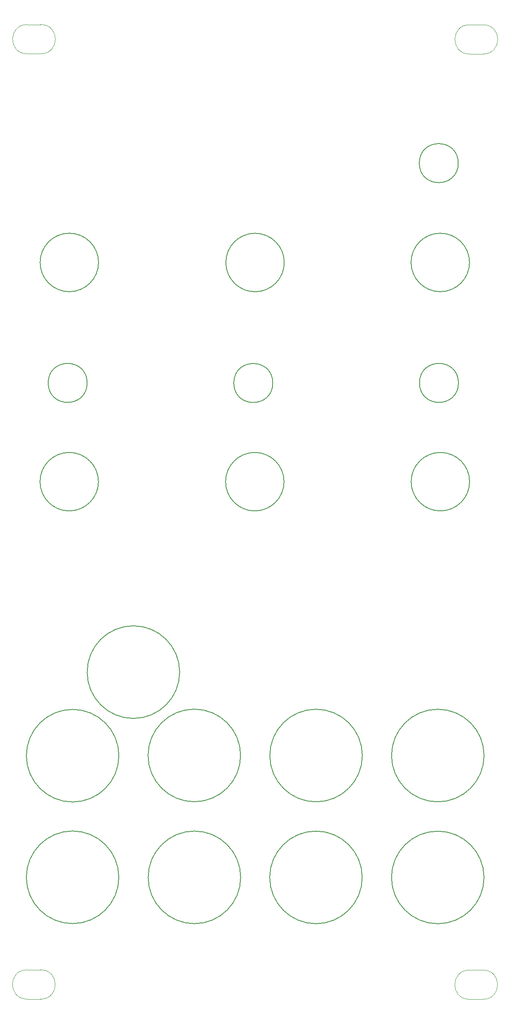
<source format=gbr>
%TF.GenerationSoftware,KiCad,Pcbnew,(5.1.9)-1*%
%TF.CreationDate,2021-08-21T12:12:35+01:00*%
%TF.ProjectId,KOSMOS LFO6 Front Panel,4b4f534d-4f53-4204-9c46-4f362046726f,rev?*%
%TF.SameCoordinates,Original*%
%TF.FileFunction,Other,Comment*%
%FSLAX46Y46*%
G04 Gerber Fmt 4.6, Leading zero omitted, Abs format (unit mm)*
G04 Created by KiCad (PCBNEW (5.1.9)-1) date 2021-08-21 12:12:35*
%MOMM*%
%LPD*%
G01*
G04 APERTURE LIST*
%ADD10C,0.120000*%
%ADD11C,0.150000*%
G04 APERTURE END LIST*
D10*
%TO.C,H1*%
X-108640000Y-199570000D02*
X-105840000Y-199570000D01*
X-108640000Y-205570000D02*
X-105840000Y-205570000D01*
X-108640000Y-205570000D02*
G75*
G02*
X-108640000Y-199570000I0J3000000D01*
G01*
X-105840000Y-199570000D02*
G75*
G02*
X-105840000Y-205570000I0J-3000000D01*
G01*
D11*
%TO.C,H2*%
X-58180000Y-79140000D02*
G75*
G03*
X-58180000Y-79140000I-4000000J0D01*
G01*
%TO.C,H3*%
X-17780000Y-54400000D02*
G75*
G03*
X-17780000Y-54400000I-6000000J0D01*
G01*
%TO.C,H4*%
X-64770000Y-180590000D02*
G75*
G03*
X-64770000Y-180590000I-9500000J0D01*
G01*
%TO.C,H5*%
X-93980000Y-99390000D02*
G75*
G03*
X-93980000Y-99390000I-6000000J0D01*
G01*
%TO.C,H6*%
X-14790000Y-155590000D02*
G75*
G03*
X-14790000Y-155590000I-9500000J0D01*
G01*
D10*
%TO.C,H7*%
X-108620000Y-11580000D02*
X-105820000Y-11580000D01*
X-108620000Y-5580000D02*
X-105820000Y-5580000D01*
X-105820000Y-5580000D02*
G75*
G02*
X-105820000Y-11580000I0J-3000000D01*
G01*
X-108620000Y-11580000D02*
G75*
G02*
X-108620000Y-5580000I0J3000000D01*
G01*
D11*
%TO.C,H8*%
X-20050000Y-79120000D02*
G75*
G03*
X-20050000Y-79120000I-4000000J0D01*
G01*
%TO.C,H9*%
X-55870000Y-99390000D02*
G75*
G03*
X-55870000Y-99390000I-6000000J0D01*
G01*
%TO.C,H10*%
X-77300000Y-138470000D02*
G75*
G03*
X-77300000Y-138470000I-9500000J0D01*
G01*
D10*
%TO.C,H11*%
X-17810000Y-205620000D02*
X-15010000Y-205620000D01*
X-17810000Y-199620000D02*
X-15010000Y-199620000D01*
X-15010000Y-199620000D02*
G75*
G02*
X-15010000Y-205620000I0J-3000000D01*
G01*
X-17810000Y-205620000D02*
G75*
G02*
X-17810000Y-199620000I0J3000000D01*
G01*
D11*
%TO.C,H12*%
X-96300000Y-79120000D02*
G75*
G03*
X-96300000Y-79120000I-4000000J0D01*
G01*
%TO.C,H13*%
X-55820000Y-54410000D02*
G75*
G03*
X-55820000Y-54410000I-6000000J0D01*
G01*
%TO.C,H14*%
X-39790000Y-155590000D02*
G75*
G03*
X-39790000Y-155590000I-9500000J0D01*
G01*
%TO.C,H15*%
X-17760000Y-99390000D02*
G75*
G03*
X-17760000Y-99390000I-6000000J0D01*
G01*
%TO.C,H16*%
X-89790000Y-180580000D02*
G75*
G03*
X-89790000Y-180580000I-9500000J0D01*
G01*
D10*
%TO.C,H17*%
X-17780000Y-5620000D02*
X-14980000Y-5620000D01*
X-17780000Y-11620000D02*
X-14980000Y-11620000D01*
X-17780000Y-11620000D02*
G75*
G02*
X-17780000Y-5620000I0J3000000D01*
G01*
X-14980000Y-5620000D02*
G75*
G02*
X-14980000Y-11620000I0J-3000000D01*
G01*
D11*
%TO.C,H18*%
X-20090000Y-34020000D02*
G75*
G03*
X-20090000Y-34020000I-4000000J0D01*
G01*
%TO.C,H19*%
X-93960000Y-54400000D02*
G75*
G03*
X-93960000Y-54400000I-6000000J0D01*
G01*
%TO.C,H20*%
X-14800000Y-180610000D02*
G75*
G03*
X-14800000Y-180610000I-9500000J0D01*
G01*
%TO.C,H21*%
X-39810000Y-180600000D02*
G75*
G03*
X-39810000Y-180600000I-9500000J0D01*
G01*
%TO.C,H22*%
X-64790000Y-155570000D02*
G75*
G03*
X-64790000Y-155570000I-9500000J0D01*
G01*
%TO.C,H23*%
X-89780000Y-155620000D02*
G75*
G03*
X-89780000Y-155620000I-9500000J0D01*
G01*
%TD*%
M02*

</source>
